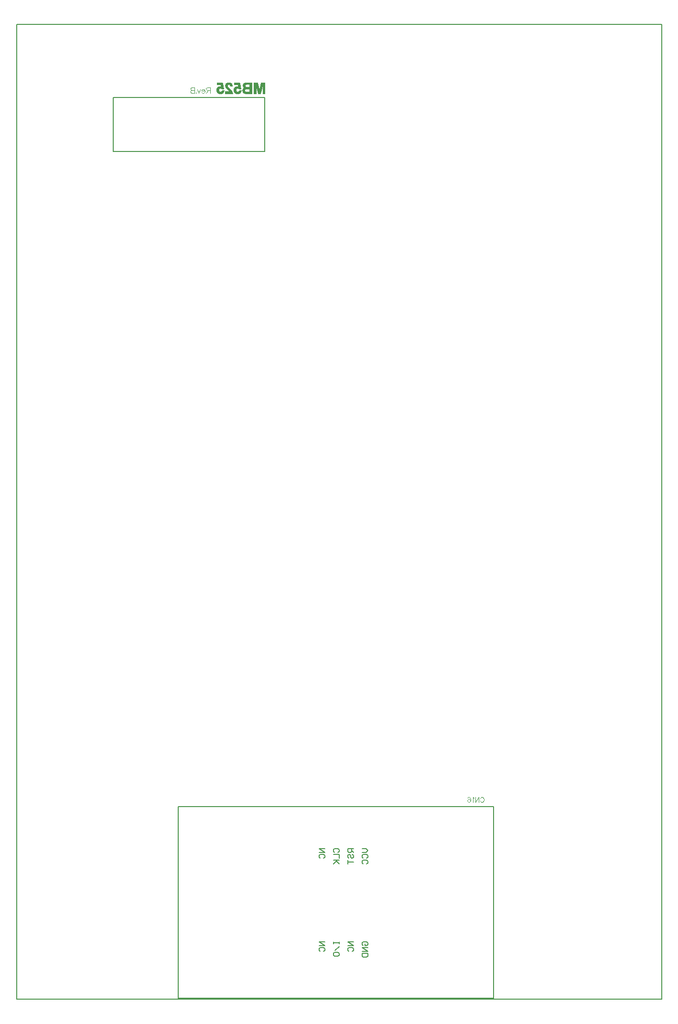
<source format=gbr>
%FSTAX23Y23*%
%MOIN*%
%SFA1B1*%

%IPPOS*%
%ADD52C,0.007000*%
%ADD58C,0.005000*%
%ADD90C,0.001000*%
%ADD91C,0.004000*%
%LNmb525b-1*%
%LPD*%
G54D52*
X38825Y5649D02*
X3988D01*
X38825Y56115D02*
X3988D01*
Y5649*
X38825Y56115D02*
Y5649D01*
G54D58*
X39278Y50206D02*
Y51544D01*
X41477Y50206D02*
Y51544D01*
X39278D02*
X41477D01*
X39278Y50206D02*
X41477D01*
X403Y506D02*
X4026D01*
X403Y50573*
X4026*
X40267Y50533D02*
X4026Y5054D01*
Y50553*
X40267Y5056*
X40293*
X403Y50553*
Y5054*
X40293Y50533*
X40367Y51223D02*
X4036Y5123D01*
Y51243*
X40367Y5125*
X40393*
X404Y51243*
Y5123*
X40393Y51223*
X4036Y5121D02*
X404D01*
Y51183*
X4036Y5117D02*
X404D01*
X40387*
X4036Y51143*
X4038Y51163*
X404Y51143*
X4056Y5125D02*
X40587D01*
X406Y51237*
X40587Y51223*
X4056*
X40567Y51183D02*
X4056Y5119D01*
Y51203*
X40567Y5121*
X40593*
X406Y51203*
Y5119*
X40593Y51183*
X40567Y51143D02*
X4056Y5115D01*
Y51163*
X40567Y5117*
X40593*
X406Y51163*
Y5115*
X40593Y51143*
X403Y5125D02*
X4026D01*
X403Y51223*
X4026*
X40267Y51183D02*
X4026Y5119D01*
Y51203*
X40267Y5121*
X40293*
X403Y51203*
Y5119*
X40293Y51183*
X405Y5125D02*
X4046D01*
Y5123*
X40467Y51223*
X4048*
X40487Y5123*
Y5125*
Y51237D02*
X405Y51223D01*
X40467Y51183D02*
X4046Y5119D01*
Y51203*
X40467Y5121*
X40473*
X4048Y51203*
Y5119*
X40487Y51183*
X40493*
X405Y5119*
Y51203*
X40493Y5121*
X4046Y5117D02*
Y51143D01*
Y51157*
X405*
X40567Y50573D02*
X4056Y5058D01*
Y50593*
X40567Y506*
X40593*
X406Y50593*
Y5058*
X40593Y50573*
X4058*
Y50587*
X406Y5056D02*
X4056D01*
X406Y50533*
X4056*
Y5052D02*
X406D01*
Y505*
X40593Y50493*
X40567*
X4056Y505*
Y5052*
X405Y506D02*
X4046D01*
X405Y50573*
X4046*
X40467Y50533D02*
X4046Y5054D01*
Y50553*
X40467Y5056*
X40493*
X405Y50553*
Y5054*
X40493Y50533*
X4036Y506D02*
Y50587D01*
Y50593*
X404*
Y506*
Y50587*
Y50567D02*
X40373Y5054D01*
X4036Y50507D02*
Y5052D01*
X40367Y50527*
X40393*
X404Y5052*
Y50507*
X40393Y505*
X40367*
X4036Y50507*
X3815Y502D02*
Y57D01*
X4265*
X3815Y502D02*
X4265D01*
Y57*
G54D90*
X39731Y56527D02*
X3979D01*
X39686Y56518D02*
X39697D01*
X39566D02*
X39577D01*
X39867Y56519D02*
X39882D01*
X39835D02*
X39852D01*
X39805D02*
X3982D01*
X39746D02*
X3979D01*
X39682D02*
X39701D01*
X39606D02*
X39657D01*
X39562D02*
X39581D01*
X39867Y5652D02*
X39882D01*
X39835D02*
X39852D01*
X39805D02*
X3982D01*
X3974D02*
X3979D01*
X39679D02*
X39703D01*
X39606D02*
X39657D01*
X39559D02*
X39583D01*
X39867Y56521D02*
X39882D01*
X39835D02*
X39852D01*
X39805D02*
X3982D01*
X39738D02*
X3979D01*
X39678D02*
X39705D01*
X39606D02*
X39657D01*
X39558D02*
X39585D01*
X39867Y56522D02*
X39882D01*
X39834D02*
X39853D01*
X39805D02*
X3982D01*
X39736D02*
X3979D01*
X39676D02*
X39707D01*
X39606D02*
X39656D01*
X39556D02*
X39587D01*
X39867Y56523D02*
X39882D01*
X39834D02*
X39853D01*
X39805D02*
X3982D01*
X39735D02*
X3979D01*
X39675D02*
X39708D01*
X39606D02*
X39656D01*
X39555D02*
X39588D01*
X39867Y56524D02*
X39882D01*
X39834D02*
X39853D01*
X39805D02*
X3982D01*
X39733D02*
X3979D01*
X39674D02*
X39709D01*
X39606D02*
X39656D01*
X39554D02*
X39589D01*
X39867Y56525D02*
X39882D01*
X39834D02*
X39853D01*
X39805D02*
X3982D01*
X39732D02*
X3979D01*
X39673D02*
X3971D01*
X39606D02*
X39656D01*
X39553D02*
X3959D01*
X39867Y56526D02*
X39882D01*
X39833D02*
X39854D01*
X39805D02*
X3982D01*
X39731D02*
X3979D01*
X39672D02*
X39711D01*
X39606D02*
X39655D01*
X39552D02*
X39591D01*
X39867Y56527D02*
X39882D01*
X39833D02*
X39854D01*
X39805D02*
X3982D01*
X39671D02*
X39712D01*
X39606D02*
X39655D01*
X39551D02*
X39592D01*
X39867Y56528D02*
X39882D01*
X39833D02*
X39854D01*
X39805D02*
X3982D01*
X3973D02*
X3979D01*
X3967D02*
X39713D01*
X39606D02*
X39655D01*
X3955D02*
X39593D01*
X39867Y56529D02*
X39882D01*
X39833D02*
X39854D01*
X39805D02*
X3982D01*
X39729D02*
X3979D01*
X39669D02*
X39713D01*
X39606D02*
X39654D01*
X39549D02*
X39593D01*
X39867Y5653D02*
X39882D01*
X39832D02*
X39855D01*
X39805D02*
X3982D01*
X39729D02*
X3979D01*
X39669D02*
X39714D01*
X39606D02*
X39654D01*
X39549D02*
X39594D01*
X39867Y56531D02*
X39882D01*
X39832D02*
X39855D01*
X39805D02*
X3982D01*
X39728D02*
X3979D01*
X39695D02*
X39714D01*
X39668D02*
X39688D01*
X39606D02*
X39653D01*
X39575D02*
X39594D01*
X39548D02*
X39568D01*
X39867Y56532D02*
X39882D01*
X39832D02*
X39855D01*
X39805D02*
X3982D01*
X39775D02*
X3979D01*
X39728D02*
X39749D01*
X39698D02*
X39715D01*
X39668D02*
X39686D01*
X39606D02*
X39653D01*
X39578D02*
X39595D01*
X39548D02*
X39566D01*
X39867Y56533D02*
X39882D01*
X39832D02*
X39855D01*
X39805D02*
X3982D01*
X39775D02*
X3979D01*
X39727D02*
X39746D01*
X39699D02*
X39715D01*
X39667D02*
X39684D01*
X39606D02*
X39652D01*
X39579D02*
X39595D01*
X39547D02*
X39564D01*
X39867Y56534D02*
X39882D01*
X39831D02*
X39856D01*
X39805D02*
X3982D01*
X39775D02*
X3979D01*
X39727D02*
X39744D01*
X397D02*
X39715D01*
X39667D02*
X39683D01*
X39635D02*
X39651D01*
X3958D02*
X39595D01*
X39547D02*
X39563D01*
X39867Y56535D02*
X39882D01*
X39831D02*
X39856D01*
X39805D02*
X3982D01*
X39775D02*
X3979D01*
X39727D02*
X39743D01*
X39701D02*
X39716D01*
X39666D02*
X39682D01*
X39634D02*
X39651D01*
X39581D02*
X39596D01*
X39546D02*
X39562D01*
X39867Y56536D02*
X39882D01*
X39831D02*
X39856D01*
X39805D02*
X3982D01*
X39775D02*
X3979D01*
X39726D02*
X39742D01*
X39702D02*
X39716D01*
X39666D02*
X39682D01*
X39634D02*
X3965D01*
X39582D02*
X39596D01*
X39546D02*
X39562D01*
X39867Y56537D02*
X39882D01*
X39831D02*
X39856D01*
X39805D02*
X3982D01*
X39775D02*
X3979D01*
X39726D02*
X39742D01*
X39702D02*
X39716D01*
X39666D02*
X39681D01*
X39633D02*
X39649D01*
X39582D02*
X39596D01*
X39546D02*
X39561D01*
X39867Y56538D02*
X39882D01*
X3983D02*
X39857D01*
X39805D02*
X3982D01*
X39775D02*
X3979D01*
X39726D02*
X39741D01*
X39703D02*
X39717D01*
X39666D02*
X39681D01*
X39632D02*
X39648D01*
X39583D02*
X39597D01*
X39546D02*
X39561D01*
X39867Y56539D02*
X39882D01*
X3983D02*
X39857D01*
X39805D02*
X3982D01*
X39775D02*
X3979D01*
X39726D02*
X39741D01*
X39703D02*
X39717D01*
X39665D02*
X3968D01*
X39631D02*
X39648D01*
X39583D02*
X39597D01*
X39545D02*
X3956D01*
X39867Y5654D02*
X39882D01*
X3983D02*
X39857D01*
X39805D02*
X3982D01*
X39775D02*
X3979D01*
X39726D02*
X39741D01*
X39704D02*
X39717D01*
X39665D02*
X3968D01*
X3963D02*
X39647D01*
X39584D02*
X39597D01*
X39545D02*
X3956D01*
X39867Y56541D02*
X39882D01*
X3983D02*
X39857D01*
X39805D02*
X3982D01*
X39775D02*
X3979D01*
X39726D02*
X39741D01*
X39704D02*
X39716D01*
X39665D02*
X3968D01*
X39629D02*
X39646D01*
X39584D02*
X39596D01*
X39545D02*
X3956D01*
X39867Y56542D02*
X39882D01*
X39829D02*
X39858D01*
X39805D02*
X3982D01*
X39775D02*
X3979D01*
X39726D02*
X39741D01*
X39704D02*
X39708D01*
X39665D02*
X3968D01*
X39628D02*
X39645D01*
X39584D02*
X39588D01*
X39545D02*
X3956D01*
X39867Y56543D02*
X39882D01*
X39844D02*
X39858D01*
X39829D02*
X39843D01*
X39805D02*
X3982D01*
X39775D02*
X3979D01*
X39726D02*
X39741D01*
X39665D02*
X3968D01*
X39626D02*
X39644D01*
X39545D02*
X3956D01*
X39867Y56544D02*
X39882D01*
X39844D02*
X39858D01*
X39829D02*
X39843D01*
X39805D02*
X3982D01*
X39775D02*
X3979D01*
X39726D02*
X39741D01*
X39665D02*
X3968D01*
X39625D02*
X39643D01*
X39545D02*
X3956D01*
X39867Y56545D02*
X39882D01*
X39844D02*
X39858D01*
X39829D02*
X39843D01*
X39805D02*
X3982D01*
X39775D02*
X3979D01*
X39726D02*
X39742D01*
X39665D02*
X3968D01*
X39624D02*
X39642D01*
X39545D02*
X3956D01*
X39867Y56546D02*
X39882D01*
X39844D02*
X39859D01*
X39828D02*
X39843D01*
X39805D02*
X3982D01*
X39775D02*
X3979D01*
X39727D02*
X39742D01*
X39665D02*
X3968D01*
X39623D02*
X39641D01*
X39545D02*
X3956D01*
X39867Y56547D02*
X39882D01*
X39845D02*
X39859D01*
X39828D02*
X39842D01*
X39805D02*
X3982D01*
X39775D02*
X3979D01*
X39727D02*
X39743D01*
X39665D02*
X3968D01*
X39622D02*
X3964D01*
X39545D02*
X3956D01*
X39867Y56548D02*
X39882D01*
X39845D02*
X39859D01*
X39828D02*
X39842D01*
X39805D02*
X3982D01*
X39775D02*
X3979D01*
X39727D02*
X39744D01*
X39665D02*
X39681D01*
X39621D02*
X39639D01*
X39545D02*
X39561D01*
X39867Y56549D02*
X39882D01*
X39845D02*
X39859D01*
X39828D02*
X39842D01*
X39805D02*
X3982D01*
X39775D02*
X3979D01*
X39728D02*
X39745D01*
X39665D02*
X39681D01*
X3962D02*
X39638D01*
X39545D02*
X39561D01*
X39867Y5655D02*
X39882D01*
X39845D02*
X39859D01*
X39828D02*
X39842D01*
X39805D02*
X3982D01*
X39775D02*
X3979D01*
X39728D02*
X39747D01*
X39702D02*
X39706D01*
X39666D02*
X39681D01*
X39619D02*
X39637D01*
X39582D02*
X39586D01*
X39546D02*
X39561D01*
X39867Y56551D02*
X39882D01*
X39846D02*
X3986D01*
X39827D02*
X39841D01*
X39805D02*
X3982D01*
X39775D02*
X3979D01*
X39729D02*
X39751D01*
X39701D02*
X39713D01*
X39666D02*
X39682D01*
X39618D02*
X39636D01*
X39581D02*
X39593D01*
X39546D02*
X39562D01*
X39867Y56552D02*
X39882D01*
X39846D02*
X3986D01*
X39827D02*
X39841D01*
X39805D02*
X3982D01*
X39729D02*
X3979D01*
X397D02*
X39715D01*
X39666D02*
X39683D01*
X39617D02*
X39635D01*
X3958D02*
X39595D01*
X39546D02*
X39563D01*
X39867Y56553D02*
X39882D01*
X39846D02*
X3986D01*
X39827D02*
X39841D01*
X39805D02*
X3982D01*
X3973D02*
X3979D01*
X39698D02*
X39715D01*
X39666D02*
X39684D01*
X39616D02*
X39634D01*
X39578D02*
X39595D01*
X39546D02*
X39564D01*
X39867Y56554D02*
X39882D01*
X39846D02*
X3986D01*
X39827D02*
X39841D01*
X39805D02*
X3982D01*
X39731D02*
X3979D01*
X39697D02*
X39714D01*
X39667D02*
X39685D01*
X39615D02*
X39633D01*
X39577D02*
X39594D01*
X39547D02*
X39565D01*
X39867Y56555D02*
X39882D01*
X39846D02*
X39861D01*
X39826D02*
X39841D01*
X39805D02*
X3982D01*
X39732D02*
X3979D01*
X39694D02*
X39714D01*
X39667D02*
X39687D01*
X39614D02*
X39632D01*
X39574D02*
X39594D01*
X39547D02*
X39567D01*
X39867Y56556D02*
X39882D01*
X39847D02*
X39861D01*
X39826D02*
X3984D01*
X39805D02*
X3982D01*
X39733D02*
X3979D01*
X39668D02*
X39714D01*
X39613D02*
X39631D01*
X39548D02*
X39594D01*
X39867Y56557D02*
X39882D01*
X39847D02*
X39861D01*
X39826D02*
X3984D01*
X39805D02*
X3982D01*
X39735D02*
X3979D01*
X39668D02*
X39714D01*
X39612D02*
X3963D01*
X39548D02*
X39594D01*
X39867Y56558D02*
X39882D01*
X39847D02*
X39861D01*
X39826D02*
X3984D01*
X39805D02*
X3982D01*
X39737D02*
X3979D01*
X39669D02*
X39714D01*
X39612D02*
X39629D01*
X39549D02*
X39594D01*
X39867Y56559D02*
X39882D01*
X39847D02*
X39862D01*
X39825D02*
X3984D01*
X39805D02*
X3982D01*
X39739D02*
X3979D01*
X39669D02*
X39713D01*
X39611D02*
X39628D01*
X39549D02*
X39593D01*
X39867Y5656D02*
X39882D01*
X39848D02*
X39862D01*
X39825D02*
X39839D01*
X39805D02*
X3982D01*
X39738D02*
X3979D01*
X3967D02*
X39713D01*
X3961D02*
X39627D01*
X3955D02*
X39593D01*
X39867Y56561D02*
X39882D01*
X39848D02*
X39862D01*
X39825D02*
X39839D01*
X39805D02*
X3982D01*
X39736D02*
X3979D01*
X39671D02*
X39713D01*
X3961D02*
X39626D01*
X39551D02*
X39593D01*
X39867Y56562D02*
X39882D01*
X39848D02*
X39862D01*
X39825D02*
X39839D01*
X39805D02*
X3982D01*
X39735D02*
X3979D01*
X39672D02*
X39713D01*
X39609D02*
X39625D01*
X39552D02*
X39593D01*
X39867Y56563D02*
X39882D01*
X39848D02*
X39863D01*
X39824D02*
X39839D01*
X39805D02*
X3982D01*
X39734D02*
X3979D01*
X39673D02*
X39713D01*
X39609D02*
X39624D01*
X39553D02*
X39593D01*
X39867Y56564D02*
X39882D01*
X39849D02*
X39863D01*
X39824D02*
X39838D01*
X39805D02*
X3982D01*
X39733D02*
X3979D01*
X39674D02*
X39712D01*
X39608D02*
X39624D01*
X39554D02*
X39592D01*
X39867Y56565D02*
X39882D01*
X39849D02*
X39863D01*
X39824D02*
X39838D01*
X39805D02*
X3982D01*
X39775D02*
X3979D01*
X39732D02*
X39751D01*
X39676D02*
X39712D01*
X39608D02*
X39623D01*
X39556D02*
X39592D01*
X39867Y56566D02*
X39882D01*
X39849D02*
X39863D01*
X39824D02*
X39838D01*
X39805D02*
X3982D01*
X39775D02*
X3979D01*
X39732D02*
X39749D01*
X39697D02*
X39712D01*
X39677D02*
X39696D01*
X39607D02*
X39623D01*
X39577D02*
X39592D01*
X39557D02*
X39576D01*
X39867Y56567D02*
X39882D01*
X39849D02*
X39864D01*
X39823D02*
X39838D01*
X39805D02*
X3982D01*
X39775D02*
X3979D01*
X39731D02*
X39747D01*
X39697D02*
X39712D01*
X39679D02*
X39694D01*
X39607D02*
X39622D01*
X39577D02*
X39592D01*
X39559D02*
X39574D01*
X39867Y56568D02*
X39882D01*
X3985D02*
X39864D01*
X39823D02*
X39837D01*
X39805D02*
X3982D01*
X39775D02*
X3979D01*
X39731D02*
X39746D01*
X39697D02*
X39712D01*
X39683D02*
X39691D01*
X39607D02*
X39622D01*
X39577D02*
X39592D01*
X39563D02*
X39571D01*
X39867Y56569D02*
X39882D01*
X3985D02*
X39864D01*
X39823D02*
X39837D01*
X39805D02*
X3982D01*
X39775D02*
X3979D01*
X3973D02*
X39745D01*
X39696D02*
X39711D01*
X39607D02*
X39621D01*
X39576D02*
X39591D01*
X39867Y5657D02*
X39882D01*
X3985D02*
X39864D01*
X39823D02*
X39837D01*
X39805D02*
X3982D01*
X39775D02*
X3979D01*
X3973D02*
X39745D01*
X39696D02*
X39711D01*
X39606D02*
X39621D01*
X39576D02*
X39591D01*
X39867Y56571D02*
X39882D01*
X3985D02*
X39865D01*
X39822D02*
X39837D01*
X39805D02*
X3982D01*
X39775D02*
X3979D01*
X3973D02*
X39744D01*
X39696D02*
X39711D01*
X3964D02*
X39645D01*
X39606D02*
X39621D01*
X39576D02*
X39591D01*
X39867Y56572D02*
X39882D01*
X39851D02*
X39865D01*
X39822D02*
X39836D01*
X39805D02*
X3982D01*
X39775D02*
X3979D01*
X39729D02*
X39744D01*
X39696D02*
X39711D01*
X3964D02*
X39655D01*
X39606D02*
X39621D01*
X39576D02*
X39591D01*
X39867Y56573D02*
X39882D01*
X39851D02*
X39865D01*
X39822D02*
X39836D01*
X39805D02*
X3982D01*
X39775D02*
X3979D01*
X39729D02*
X39744D01*
X39695D02*
X3971D01*
X3964D02*
X39655D01*
X39606D02*
X39621D01*
X39575D02*
X3959D01*
X39867Y56574D02*
X39882D01*
X39851D02*
X39865D01*
X39822D02*
X39836D01*
X39805D02*
X3982D01*
X39775D02*
X3979D01*
X39729D02*
X39744D01*
X39695D02*
X3971D01*
X3964D02*
X39655D01*
X39606D02*
X39621D01*
X39575D02*
X3959D01*
X39867Y56575D02*
X39882D01*
X39851D02*
X39866D01*
X39821D02*
X39836D01*
X39805D02*
X3982D01*
X39775D02*
X3979D01*
X39729D02*
X39744D01*
X39695D02*
X3971D01*
X39639D02*
X39655D01*
X39606D02*
X39621D01*
X39575D02*
X3959D01*
X39867Y56576D02*
X39882D01*
X39852D02*
X39866D01*
X39821D02*
X39835D01*
X39805D02*
X3982D01*
X39775D02*
X3979D01*
X39729D02*
X39744D01*
X39695D02*
X3971D01*
X39639D02*
X39654D01*
X39606D02*
X39621D01*
X39575D02*
X3959D01*
X39867Y56577D02*
X39882D01*
X39852D02*
X39866D01*
X39821D02*
X39835D01*
X39805D02*
X3982D01*
X39775D02*
X3979D01*
X39729D02*
X39745D01*
X39695D02*
X3971D01*
X39639D02*
X39654D01*
X39606D02*
X39622D01*
X39575D02*
X3959D01*
X39867Y56578D02*
X39882D01*
X39852D02*
X39866D01*
X39821D02*
X39835D01*
X39805D02*
X3982D01*
X39775D02*
X3979D01*
X39729D02*
X39745D01*
X39694D02*
X39709D01*
X39638D02*
X39654D01*
X39606D02*
X39622D01*
X39574D02*
X39589D01*
X39867Y56579D02*
X39882D01*
X39852D02*
X39866D01*
X39821D02*
X39835D01*
X39805D02*
X3982D01*
X39775D02*
X3979D01*
X39729D02*
X39746D01*
X39694D02*
X39709D01*
X39638D02*
X39654D01*
X39606D02*
X39623D01*
X39574D02*
X39589D01*
X39853Y5658D02*
X39882D01*
X39805D02*
X39834D01*
X39775D02*
X3979D01*
X39729D02*
X39747D01*
X39668D02*
X39709D01*
X39637D02*
X39653D01*
X39607D02*
X39624D01*
X39548D02*
X39589D01*
X39853Y56581D02*
X39882D01*
X39805D02*
X39834D01*
X39775D02*
X3979D01*
X3973D02*
X39748D01*
X39668D02*
X39709D01*
X39636D02*
X39653D01*
X39607D02*
X39625D01*
X39548D02*
X39589D01*
X39853Y56582D02*
X39882D01*
X39805D02*
X39834D01*
X39775D02*
X3979D01*
X3973D02*
X39751D01*
X39668D02*
X39709D01*
X39634D02*
X39653D01*
X39607D02*
X39627D01*
X39548D02*
X39589D01*
X39853Y56583D02*
X39882D01*
X39805D02*
X39834D01*
X3973D02*
X3979D01*
X39668D02*
X39708D01*
X39608D02*
X39652D01*
X39548D02*
X39588D01*
X39854Y56584D02*
X39882D01*
X39805D02*
X39833D01*
X39731D02*
X3979D01*
X39668D02*
X39708D01*
X39608D02*
X39652D01*
X39548D02*
X39588D01*
X39854Y56585D02*
X39882D01*
X39805D02*
X39833D01*
X39731D02*
X3979D01*
X39668D02*
X39708D01*
X39609D02*
X39651D01*
X39548D02*
X39588D01*
X39854Y56586D02*
X39882D01*
X39805D02*
X39833D01*
X39732D02*
X3979D01*
X39668D02*
X39708D01*
X39609D02*
X39651D01*
X39548D02*
X39588D01*
X39854Y56587D02*
X39882D01*
X39805D02*
X39833D01*
X39733D02*
X3979D01*
X39668D02*
X39708D01*
X3961D02*
X3965D01*
X39548D02*
X39588D01*
X39855Y56588D02*
X39882D01*
X39805D02*
X39832D01*
X39733D02*
X3979D01*
X39668D02*
X39707D01*
X39611D02*
X39649D01*
X39548D02*
X39587D01*
X39855Y56589D02*
X39882D01*
X39805D02*
X39832D01*
X39734D02*
X3979D01*
X39668D02*
X39707D01*
X39612D02*
X39648D01*
X39548D02*
X39587D01*
X39855Y5659D02*
X39882D01*
X39805D02*
X39832D01*
X39735D02*
X3979D01*
X39668D02*
X39707D01*
X39613D02*
X39647D01*
X39548D02*
X39587D01*
X39855Y56591D02*
X39882D01*
X39805D02*
X39832D01*
X39737D02*
X3979D01*
X39668D02*
X39707D01*
X39614D02*
X39646D01*
X39548D02*
X39587D01*
X39856Y56592D02*
X39882D01*
X39805D02*
X39831D01*
X39738D02*
X3979D01*
X39668D02*
X39707D01*
X39616D02*
X39644D01*
X39548D02*
X39587D01*
X39856Y56593D02*
X39882D01*
X39805D02*
X39831D01*
X3974D02*
X3979D01*
X39668D02*
X39706D01*
X39617D02*
X39642D01*
X39548D02*
X39586D01*
X39856Y56594D02*
X39882D01*
X39805D02*
X39831D01*
X39742D02*
X3979D01*
X39668D02*
X39706D01*
X3962D02*
X3964D01*
X39548D02*
X39586D01*
X39856Y56595D02*
X39882D01*
X39805D02*
X39831D01*
X39747D02*
X3979D01*
X39624D02*
X39636D01*
G54D91*
X41385Y51602D02*
X41387Y51605D01*
X4139Y51608*
X41393Y5161*
X414*
X41403Y51608*
X41407Y51605*
X41408Y51602*
X4141Y51597*
Y51588*
X41408Y51583*
X41407Y5158*
X41403Y51577*
X414Y51575*
X41393*
X4139Y51577*
X41387Y5158*
X41385Y51583*
X41375Y5161D02*
Y51575D01*
Y5161D02*
X41352Y51575D01*
Y5161D02*
Y51575D01*
X41342Y51603D02*
X41339Y51605D01*
X41334Y5161*
Y51575*
X41297Y51605D02*
X41298Y51608D01*
X41303Y5161*
X41307*
X41312Y51608*
X41315Y51603*
X41317Y51595*
Y51587*
X41315Y5158*
X41312Y51577*
X41307Y51575*
X41305*
X413Y51577*
X41297Y5158*
X41295Y51585*
Y51587*
X41297Y51592*
X413Y51595*
X41305Y51597*
X41307*
X41312Y51595*
X41315Y51592*
X41317Y51587*
X395Y56561D02*
Y56521D01*
Y56561D02*
X39483D01*
X39477Y56559*
X39475Y56557*
X39473Y56553*
Y5655*
X39475Y56546*
X39477Y56544*
X39483Y56542*
X395*
X39487D02*
X39473Y56521D01*
X39464Y56536D02*
X39442D01*
Y5654*
X39443Y56544*
X39445Y56546*
X39449Y56548*
X39455*
X39459Y56546*
X39462Y56542*
X39464Y56536*
Y56532*
X39462Y56527*
X39459Y56523*
X39455Y56521*
X39449*
X39445Y56523*
X39442Y56527*
X39433Y56548D02*
X39422Y56521D01*
X3941Y56548D02*
X39422Y56521D01*
X39402Y56525D02*
X39404Y56523D01*
X39402Y56521*
X394Y56523*
X39402Y56525*
X39391Y56561D02*
Y56521D01*
Y56561D02*
X39374D01*
X39368Y56559*
X39366Y56557*
X39364Y56553*
Y5655*
X39366Y56546*
X39368Y56544*
X39374Y56542*
X39391D02*
X39374D01*
X39368Y5654*
X39366Y56538*
X39364Y56534*
Y56529*
X39366Y56525*
X39368Y56523*
X39374Y56521*
X39391*
M02*
</source>
